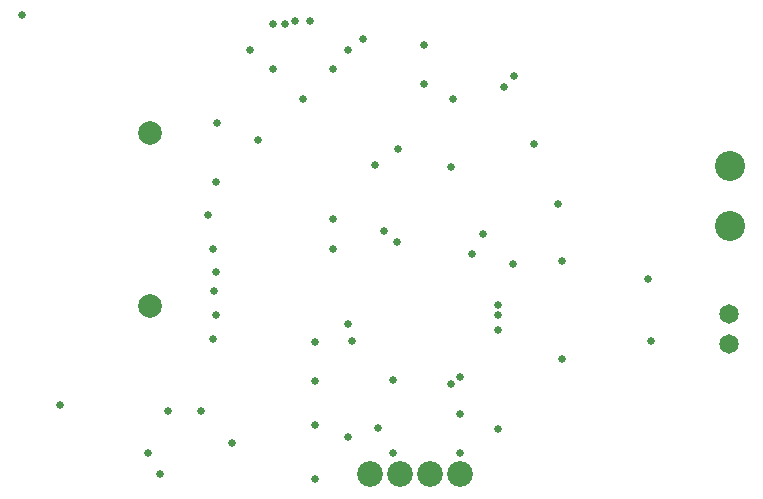
<source format=gbs>
G04 EAGLE Gerber RS-274X export*
G75*
%MOMM*%
%FSLAX34Y34*%
%LPD*%
%INSoldermask Bottom*%
%IPPOS*%
%AMOC8*
5,1,8,0,0,1.08239X$1,22.5*%
G01*
%ADD10C,2.003200*%
%ADD11C,1.643200*%
%ADD12C,2.183200*%
%ADD13C,2.543200*%
%ADD14C,0.655600*%


D10*
X163322Y492252D03*
X163322Y345440D03*
D11*
X652780Y313690D03*
X652780Y339090D03*
D12*
X425450Y203200D03*
X400050Y203200D03*
X374650Y203200D03*
X349250Y203200D03*
D13*
X654300Y463761D03*
X654300Y412961D03*
D14*
X217170Y358140D03*
X215900Y317500D03*
X277162Y584200D03*
X342900Y571500D03*
X54610Y591820D03*
X266700Y584200D03*
X285750Y586740D03*
X298450Y586740D03*
X254000Y486410D03*
X394970Y566420D03*
X394970Y533400D03*
X219710Y500380D03*
X218440Y450850D03*
X218440Y374650D03*
X218440Y337820D03*
X584200Y368300D03*
X586740Y316230D03*
X511810Y383540D03*
X511810Y300990D03*
X302260Y314960D03*
X302260Y281940D03*
X302260Y245110D03*
X302260Y199390D03*
X232410Y229870D03*
X171450Y203200D03*
X372110Y400050D03*
X457200Y346710D03*
X417830Y279400D03*
X334010Y316230D03*
X86360Y261620D03*
X212421Y422579D03*
X215900Y393700D03*
X469900Y381000D03*
X425450Y220980D03*
X425450Y285750D03*
X360680Y408940D03*
X247650Y562610D03*
X330200Y562610D03*
X425450Y254000D03*
X177800Y256540D03*
X205740Y256540D03*
X266700Y546100D03*
X419100Y520700D03*
X330200Y330200D03*
X330200Y234950D03*
X368300Y220980D03*
X368300Y283210D03*
X508000Y431800D03*
X457200Y338122D03*
X161290Y220980D03*
X355600Y242570D03*
X457200Y241300D03*
X457200Y325120D03*
X317500Y546100D03*
X488418Y482600D03*
X353060Y464820D03*
X417830Y463550D03*
X292100Y520700D03*
X372745Y478155D03*
X317500Y393700D03*
X435914Y389586D03*
X317500Y419100D03*
X444500Y406400D03*
X471474Y540054D03*
X462280Y530860D03*
M02*

</source>
